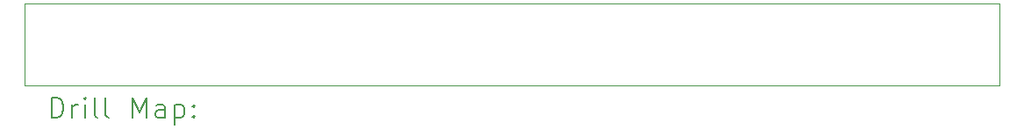
<source format=gbr>
%TF.GenerationSoftware,KiCad,Pcbnew,9.0.5*%
%TF.CreationDate,2025-10-13T16:35:59+02:00*%
%TF.ProjectId,rec_play_switch_mount,7265635f-706c-4617-995f-737769746368,rev?*%
%TF.SameCoordinates,Original*%
%TF.FileFunction,Drillmap*%
%TF.FilePolarity,Positive*%
%FSLAX45Y45*%
G04 Gerber Fmt 4.5, Leading zero omitted, Abs format (unit mm)*
G04 Created by KiCad (PCBNEW 9.0.5) date 2025-10-13 16:35:59*
%MOMM*%
%LPD*%
G01*
G04 APERTURE LIST*
%ADD10C,0.100000*%
%ADD11C,0.200000*%
G04 APERTURE END LIST*
D10*
X12300000Y-8100000D02*
X21700000Y-8100000D01*
X21700000Y-8900000D01*
X12300000Y-8900000D01*
X12300000Y-8100000D01*
D11*
X12555777Y-9216484D02*
X12555777Y-9016484D01*
X12555777Y-9016484D02*
X12603396Y-9016484D01*
X12603396Y-9016484D02*
X12631967Y-9026008D01*
X12631967Y-9026008D02*
X12651015Y-9045055D01*
X12651015Y-9045055D02*
X12660539Y-9064103D01*
X12660539Y-9064103D02*
X12670062Y-9102198D01*
X12670062Y-9102198D02*
X12670062Y-9130770D01*
X12670062Y-9130770D02*
X12660539Y-9168865D01*
X12660539Y-9168865D02*
X12651015Y-9187912D01*
X12651015Y-9187912D02*
X12631967Y-9206960D01*
X12631967Y-9206960D02*
X12603396Y-9216484D01*
X12603396Y-9216484D02*
X12555777Y-9216484D01*
X12755777Y-9216484D02*
X12755777Y-9083150D01*
X12755777Y-9121246D02*
X12765301Y-9102198D01*
X12765301Y-9102198D02*
X12774824Y-9092674D01*
X12774824Y-9092674D02*
X12793872Y-9083150D01*
X12793872Y-9083150D02*
X12812920Y-9083150D01*
X12879586Y-9216484D02*
X12879586Y-9083150D01*
X12879586Y-9016484D02*
X12870062Y-9026008D01*
X12870062Y-9026008D02*
X12879586Y-9035531D01*
X12879586Y-9035531D02*
X12889110Y-9026008D01*
X12889110Y-9026008D02*
X12879586Y-9016484D01*
X12879586Y-9016484D02*
X12879586Y-9035531D01*
X13003396Y-9216484D02*
X12984348Y-9206960D01*
X12984348Y-9206960D02*
X12974824Y-9187912D01*
X12974824Y-9187912D02*
X12974824Y-9016484D01*
X13108158Y-9216484D02*
X13089110Y-9206960D01*
X13089110Y-9206960D02*
X13079586Y-9187912D01*
X13079586Y-9187912D02*
X13079586Y-9016484D01*
X13336729Y-9216484D02*
X13336729Y-9016484D01*
X13336729Y-9016484D02*
X13403396Y-9159341D01*
X13403396Y-9159341D02*
X13470062Y-9016484D01*
X13470062Y-9016484D02*
X13470062Y-9216484D01*
X13651015Y-9216484D02*
X13651015Y-9111722D01*
X13651015Y-9111722D02*
X13641491Y-9092674D01*
X13641491Y-9092674D02*
X13622443Y-9083150D01*
X13622443Y-9083150D02*
X13584348Y-9083150D01*
X13584348Y-9083150D02*
X13565301Y-9092674D01*
X13651015Y-9206960D02*
X13631967Y-9216484D01*
X13631967Y-9216484D02*
X13584348Y-9216484D01*
X13584348Y-9216484D02*
X13565301Y-9206960D01*
X13565301Y-9206960D02*
X13555777Y-9187912D01*
X13555777Y-9187912D02*
X13555777Y-9168865D01*
X13555777Y-9168865D02*
X13565301Y-9149817D01*
X13565301Y-9149817D02*
X13584348Y-9140293D01*
X13584348Y-9140293D02*
X13631967Y-9140293D01*
X13631967Y-9140293D02*
X13651015Y-9130770D01*
X13746253Y-9083150D02*
X13746253Y-9283150D01*
X13746253Y-9092674D02*
X13765301Y-9083150D01*
X13765301Y-9083150D02*
X13803396Y-9083150D01*
X13803396Y-9083150D02*
X13822443Y-9092674D01*
X13822443Y-9092674D02*
X13831967Y-9102198D01*
X13831967Y-9102198D02*
X13841491Y-9121246D01*
X13841491Y-9121246D02*
X13841491Y-9178389D01*
X13841491Y-9178389D02*
X13831967Y-9197436D01*
X13831967Y-9197436D02*
X13822443Y-9206960D01*
X13822443Y-9206960D02*
X13803396Y-9216484D01*
X13803396Y-9216484D02*
X13765301Y-9216484D01*
X13765301Y-9216484D02*
X13746253Y-9206960D01*
X13927205Y-9197436D02*
X13936729Y-9206960D01*
X13936729Y-9206960D02*
X13927205Y-9216484D01*
X13927205Y-9216484D02*
X13917682Y-9206960D01*
X13917682Y-9206960D02*
X13927205Y-9197436D01*
X13927205Y-9197436D02*
X13927205Y-9216484D01*
X13927205Y-9092674D02*
X13936729Y-9102198D01*
X13936729Y-9102198D02*
X13927205Y-9111722D01*
X13927205Y-9111722D02*
X13917682Y-9102198D01*
X13917682Y-9102198D02*
X13927205Y-9092674D01*
X13927205Y-9092674D02*
X13927205Y-9111722D01*
M02*

</source>
